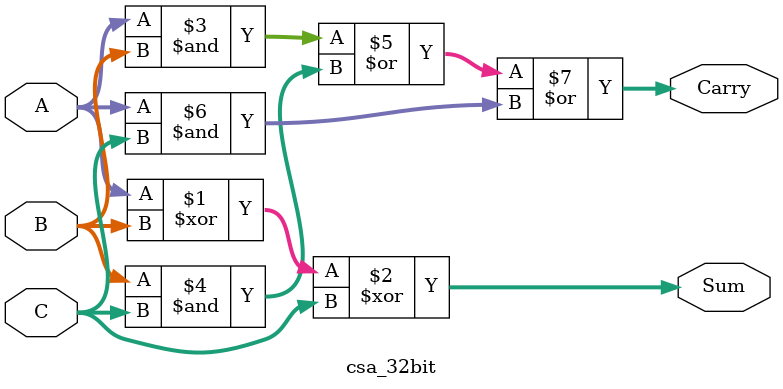
<source format=sv>
module csa_32bit(
    input  logic [31:0] A,
    input  logic [31:0] B,
    input  logic [31:0] C,
    output logic [31:0] Sum,
    output logic [31:0] Carry
);

    assign Sum   = A ^ B ^ C;
    assign Carry = (A & B) | (B & C) | (A & C);

endmodule

</source>
